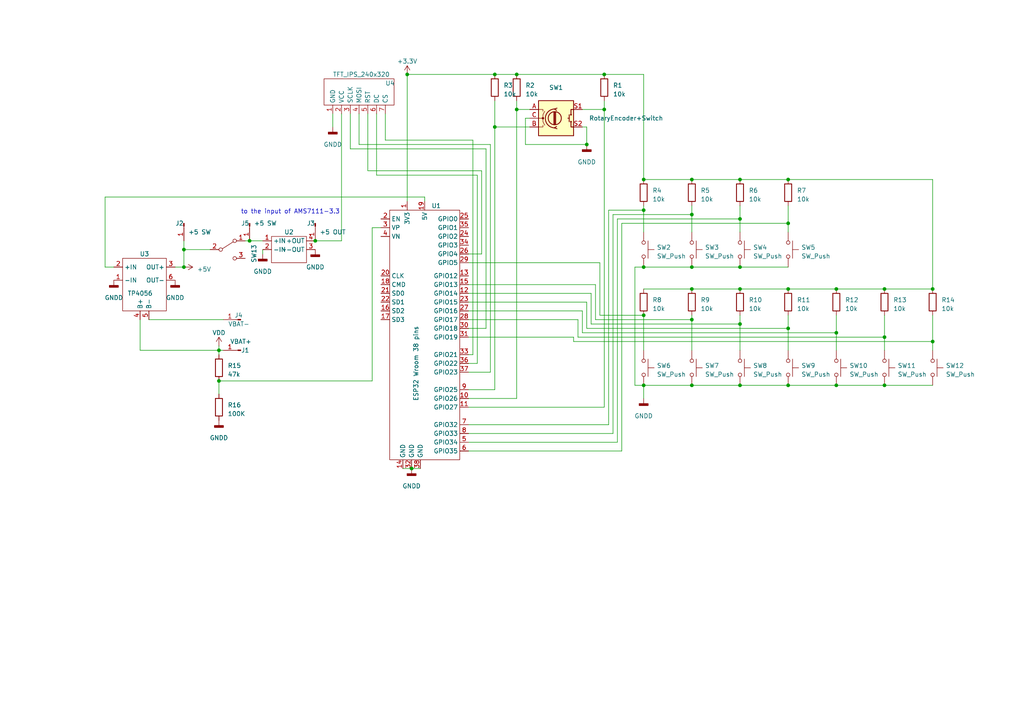
<source format=kicad_sch>
(kicad_sch (version 20230121) (generator eeschema)
  (paper "A4")
  (title_block (title "RRMaus") (date "2023-05-10") (rev "2.0") (comment 1 "This version works with an ESP32 board with battery"))
  (lib_symbols
    (symbol "Connector:Conn_01x01_Pin" (pin_names (offset 1.016) hide)
      (property "Reference" "J" (at 0 2.54 0))
      (property "Value" "Conn_01x01_Pin" (at 0 -2.54 0))
      (symbol "Conn_01x01_Pin_1_1"
        (polyline (pts (xy 1.27 0) (xy 0.8636 0)) (stroke (width 0.1524)))
        (rectangle (start 0.8636 0.127) (end 0 -0.127) (stroke (width 0.1524)) (fill (type outline)))
        (pin passive line (at 5.08 0 180) (length 3.81) (name "Pin_1") (number "1"))
      )
    )
    (symbol "Device:R" (pin_numbers hide) (pin_names (offset 0))
      (property "Reference" "R" (at 2.032 0 90))
      (property "Value" "R" (at 0 0 90))
      (symbol "R_0_1"
        (rectangle (start -1.016 -2.54) (end 1.016 2.54) (stroke (width 0.254)))
      )
      (symbol "R_1_1"
        (pin passive line (at 0 3.81 270) (length 1.27) (name "~") (number "1"))
        (pin passive line (at 0 -3.81 90) (length 1.27) (name "~") (number "2"))
      )
    )
    (symbol "Device:RotaryEncoder_Switch" (pin_names (offset 0.254) hide)
      (property "Reference" "SW" (at 0 6.604 0))
      (property "Value" "RotaryEncoder_Switch" (at 0 -6.604 0))
      (symbol "RotaryEncoder_Switch_0_1"
        (rectangle (start -5.08 5.08) (end 5.08 -5.08) (stroke (width 0.254)) (fill (type background)))
        (circle (center -3.81 0) (radius 0.254) (fill (type outline)))
        (circle (center -0.381 0) (radius 1.905) (stroke (width 0.254)))
        (arc (start -0.381 2.667) (mid -3.0988 -0.0635) (end -0.381 -2.794) (stroke (width 0.254)))
        (polyline (pts (xy -0.635 -1.778) (xy -0.635 1.778)) (stroke (width 0.254)))
        (polyline (pts (xy -0.381 -1.778) (xy -0.381 1.778)) (stroke (width 0.254)))
        (polyline (pts (xy -0.127 1.778) (xy -0.127 -1.778)) (stroke (width 0.254)))
        (polyline (pts (xy 3.81 0) (xy 3.429 0)) (stroke (width 0.254)))
        (polyline (pts (xy 3.81 1.016) (xy 3.81 -1.016)) (stroke (width 0.254)))
        (polyline (pts (xy -5.08 -2.54) (xy -3.81 -2.54) (xy -3.81 -2.032)))
        (polyline (pts (xy -5.08 2.54) (xy -3.81 2.54) (xy -3.81 2.032)))
        (polyline (pts (xy 0.254 -3.048) (xy -0.508 -2.794) (xy 0.127 -2.413)) (stroke (width 0.254)))
        (polyline (pts (xy 0.254 2.921) (xy -0.508 2.667) (xy 0.127 2.286)) (stroke (width 0.254)))
        (polyline (pts (xy 5.08 -2.54) (xy 4.318 -2.54) (xy 4.318 -1.016)) (stroke (width 0.254)))
        (polyline (pts (xy 5.08 2.54) (xy 4.318 2.54) (xy 4.318 1.016)) (stroke (width 0.254)))
        (polyline (pts (xy -5.08 0) (xy -3.81 0) (xy -3.81 -1.016) (xy -3.302 -2.032)))
        (polyline (pts (xy -4.318 0) (xy -3.81 0) (xy -3.81 1.016) (xy -3.302 2.032)))
        (circle (center 4.318 -1.016) (radius 0.127) (stroke (width 0.254)))
        (circle (center 4.318 1.016) (radius 0.127) (stroke (width 0.254)))
      )
      (symbol "RotaryEncoder_Switch_1_1"
        (pin passive line (at -7.62 2.54 0) (length 2.54) (name "A") (number "A"))
        (pin passive line (at -7.62 -2.54 0) (length 2.54) (name "B") (number "B"))
        (pin passive line (at -7.62 0 0) (length 2.54) (name "C") (number "C"))
        (pin passive line (at 7.62 2.54 180) (length 2.54) (name "S1") (number "S1"))
        (pin passive line (at 7.62 -2.54 180) (length 2.54) (name "S2") (number "S2"))
      )
    )
    (symbol "ESP32_Library:ESP32_Wroom_38_pin"
      (property "Reference" "U" (at 0 0 0))
      (symbol "ESP32_Wroom_38_pin_0_1"
        (rectangle (start -10.16 15.24) (end 10.16 -57.15))
      )
      (symbol "ESP32_Wroom_38_pin_1_1"
        (pin power_in line (at -5.08 17.78 270) (length 2.54) (name "3V3") (number "1"))
        (pin bidirectional line (at 12.7 -39.37 180) (length 2.54) (name "GPIO26") (number "10"))
        (pin bidirectional line (at 12.7 -41.91 180) (length 2.54) (name "GPIO27") (number "11"))
        (pin bidirectional line (at 12.7 -8.89 180) (length 2.54) (name "GPIO14") (number "12"))
        (pin bidirectional line (at 12.7 -3.81 180) (length 2.54) (name "GPIO12") (number "13"))
        (pin power_in line (at -6.35 -59.69 90) (length 2.54) (name "GND") (number "14"))
        (pin bidirectional line (at 12.7 -6.35 180) (length 2.54) (name "GPIO13") (number "15"))
        (pin bidirectional line (at -12.7 -13.97 0) (length 2.54) (name "SD2") (number "16"))
        (pin bidirectional line (at -12.7 -16.51 0) (length 2.54) (name "SD3") (number "17"))
        (pin bidirectional line (at -12.7 -6.35 0) (length 2.54) (name "CMD") (number "18"))
        (pin power_in line (at 0 17.78 270) (length 2.54) (name "5V") (number "19"))
        (pin bidirectional line (at -12.7 12.7 0) (length 2.54) (name "EN") (number "2"))
        (pin bidirectional line (at -12.7 -3.81 0) (length 2.54) (name "CLK") (number "20"))
        (pin bidirectional line (at -12.7 -8.89 0) (length 2.54) (name "SD0") (number "21"))
        (pin bidirectional line (at -12.7 -11.43 0) (length 2.54) (name "SD1") (number "22"))
        (pin bidirectional line (at 12.7 -11.43 180) (length 2.54) (name "GPIO15") (number "23"))
        (pin bidirectional line (at 12.7 7.62 180) (length 2.54) (name "GPIO2") (number "24"))
        (pin bidirectional line (at 12.7 12.7 180) (length 2.54) (name "GPIO0") (number "25"))
        (pin bidirectional line (at 12.7 2.54 180) (length 2.54) (name "GPIO4") (number "26"))
        (pin bidirectional line (at 12.7 -13.97 180) (length 2.54) (name "GPIO16") (number "27"))
        (pin bidirectional line (at 12.7 -16.51 180) (length 2.54) (name "GPIO17") (number "28"))
        (pin bidirectional line (at 12.7 0 180) (length 2.54) (name "GPIO5") (number "29"))
        (pin bidirectional line (at -12.7 10.16 0) (length 2.54) (name "VP") (number "3"))
        (pin bidirectional line (at 12.7 -19.05 180) (length 2.54) (name "GPIO18") (number "30"))
        (pin bidirectional line (at 12.7 -21.59 180) (length 2.54) (name "GPIO19") (number "31"))
        (pin power_in line (at -3.81 -59.69 90) (length 2.54) (name "GND") (number "32"))
        (pin bidirectional line (at 12.7 -26.67 180) (length 2.54) (name "GPIO21") (number "33"))
        (pin bidirectional line (at 12.7 5.08 180) (length 2.54) (name "GPIO3") (number "34"))
        (pin bidirectional line (at 12.7 10.16 180) (length 2.54) (name "GPIO1") (number "35"))
        (pin bidirectional line (at 12.7 -29.21 180) (length 2.54) (name "GPIO22") (number "36"))
        (pin bidirectional line (at 12.7 -31.75 180) (length 2.54) (name "GPIO23") (number "37"))
        (pin power_in line (at -1.27 -59.69 90) (length 2.54) (name "GND") (number "38"))
        (pin bidirectional line (at -12.7 7.62 0) (length 2.54) (name "VN") (number "4"))
        (pin bidirectional line (at 12.7 -52.07 180) (length 2.54) (name "GPIO34") (number "5"))
        (pin bidirectional line (at 12.7 -54.61 180) (length 2.54) (name "GPIO35") (number "6"))
        (pin bidirectional line (at 12.7 -46.99 180) (length 2.54) (name "GPIO32") (number "7"))
        (pin bidirectional line (at 12.7 -49.53 180) (length 2.54) (name "GPIO33") (number "8"))
        (pin bidirectional line (at 12.7 -36.83 180) (length 2.54) (name "GPIO25") (number "9"))
      )
    )
    (symbol "PWR_Library:STEPUP"
      (property "Reference" "U" (at 0 -2.54 0))
      (symbol "STEPUP_0_1"
        (rectangle (start -3.81 3.81) (end 6.35 -3.81))
      )
      (symbol "STEPUP_1_1"
        (pin power_in line (at -6.35 2.54 0) (length 2.54) (name "+IN") (number "1"))
        (pin power_in line (at -6.35 0 0) (length 2.54) (name "-IN") (number "2"))
        (pin power_out line (at 8.89 0 180) (length 2.54) (name "-OUT") (number "3"))
        (pin power_out line (at 8.89 2.54 180) (length 2.54) (name "+OUT") (number "4"))
      )
    )
    (symbol "PWR_Library:TP4067"
      (property "Reference" "U" (at 0 0 0))
      (symbol "TP4067_0_1"
        (rectangle (start -5.08 10.16) (end 7.62 -5.08))
      )
      (symbol "TP4067_1_1"
        (pin power_in line (at -7.62 3.81 0) (length 2.54) (name "-IN") (number "1"))
        (pin power_in line (at -7.62 7.62 0) (length 2.54) (name "+IN") (number "2"))
        (pin power_in line (at 10.16 7.62 180) (length 2.54) (name "OUT+") (number "3"))
        (pin power_in line (at 0 -7.62 90) (length 2.54) (name "B+") (number "4"))
        (pin power_in line (at 2.54 -7.62 90) (length 2.54) (name "B-") (number "5"))
        (pin power_in line (at 10.16 3.81 180) (length 2.54) (name "OUT-") (number "6"))
      )
    )
    (symbol "Switch:SW_Push" (pin_numbers hide) (pin_names (offset 1.016) hide)
      (property "Reference" "SW" (at 1.27 2.54 0))
      (property "Value" "SW_Push" (at 0 -1.524 0))
      (symbol "SW_Push_0_1"
        (circle (center -2.032 0) (radius 0.508))
        (polyline (pts (xy 0 1.27) (xy 0 3.048)))
        (polyline (pts (xy 2.54 1.27) (xy -2.54 1.27)))
        (circle (center 2.032 0) (radius 0.508))
        (pin passive line (at -5.08 0 0) (length 2.54) (name "1") (number "1"))
        (pin passive line (at 5.08 0 180) (length 2.54) (name "2") (number "2"))
      )
    )
    (symbol "Switch:SW_SPDT" (pin_names (offset 0) hide)
      (property "Reference" "SW" (at 0 4.318 0))
      (property "Value" "SW_SPDT" (at 0 -5.08 0))
      (symbol "SW_SPDT_0_0"
        (circle (center -2.032 0) (radius 0.508))
        (circle (center 2.032 -2.54) (radius 0.508))
      )
      (symbol "SW_SPDT_0_1"
        (polyline (pts (xy -1.524 0.254) (xy 1.651 2.286)))
        (circle (center 2.032 2.54) (radius 0.508))
      )
      (symbol "SW_SPDT_1_1"
        (pin passive line (at 5.08 2.54 180) (length 2.54) (name "A") (number "1"))
        (pin passive line (at -5.08 0 0) (length 2.54) (name "B") (number "2"))
        (pin passive line (at 5.08 -2.54 180) (length 2.54) (name "C") (number "3"))
      )
    )
    (symbol "TFT_Library:TFT_IPS_240x320"
      (property "Reference" "U" (at 0 3.81 0))
      (property "Value" "TFT_IPS_240x320" (at 3.81 6.35 0))
      (symbol "TFT_IPS_240x320_1_1"
        (rectangle (start -3.81 5.08) (end 16.51 -2.54))
        (pin power_in line (at -1.27 -5.08 90) (length 2.54) (name "GND") (number "1"))
        (pin power_in line (at 1.27 -5.08 90) (length 2.54) (name "VCC") (number "2"))
        (pin input line (at 3.81 -5.08 90) (length 2.54) (name "SCLK") (number "3"))
        (pin input line (at 6.35 -5.08 90) (length 2.54) (name "MOSI") (number "4"))
        (pin input line (at 8.89 -5.08 90) (length 2.54) (name "RST") (number "5"))
        (pin input line (at 11.43 -5.08 90) (length 2.54) (name "DC") (number "6"))
        (pin input line (at 13.97 -5.08 90) (length 2.54) (name "CS") (number "7"))
      )
    )
    (symbol "power:+3.3V" (power) (pin_names (offset 0))
      (property "Value" "+3.3V" (at 0 3.556 0))
      (symbol "+3.3V_0_1"
        (polyline (pts (xy -0.762 1.27) (xy 0 2.54)))
        (polyline (pts (xy 0 0) (xy 0 2.54)))
        (polyline (pts (xy 0 2.54) (xy 0.762 1.27)))
      )
      (symbol "+3.3V_1_1"
        (pin power_in line (at 0 0 90) (length 0) hide (name "+3.3V") (number "1"))
      )
    )
    (symbol "power:+5V" (power) (pin_names (offset 0))
      (property "Value" "+5V" (at 0 3.556 0))
      (symbol "+5V_0_1"
        (polyline (pts (xy -0.762 1.27) (xy 0 2.54)))
        (polyline (pts (xy 0 0) (xy 0 2.54)))
        (polyline (pts (xy 0 2.54) (xy 0.762 1.27)))
      )
      (symbol "+5V_1_1"
        (pin power_in line (at 0 0 90) (length 0) hide (name "+5V") (number "1"))
      )
    )
    (symbol "power:GNDD" (power) (pin_names (offset 0))
      (property "Value" "GNDD" (at 0 -3.175 0))
      (symbol "GNDD_0_1"
        (rectangle (start -1.27 -1.524) (end 1.27 -2.032) (stroke (width 0.254)) (fill (type outline)))
        (polyline (pts (xy 0 0) (xy 0 -1.524)))
      )
      (symbol "GNDD_1_1"
        (pin power_in line (at 0 0 270) (length 0) hide (name "GNDD") (number "1"))
      )
    )
    (symbol "power:VDD" (power) (pin_names (offset 0))
      (property "Value" "VDD" (at 0 3.81 0))
      (symbol "VDD_0_1"
        (polyline (pts (xy -0.762 1.27) (xy 0 2.54)))
        (polyline (pts (xy 0 0) (xy 0 2.54)))
        (polyline (pts (xy 0 2.54) (xy 0.762 1.27)))
      )
      (symbol "VDD_1_1"
        (pin power_in line (at 0 0 90) (length 0) hide (name "VDD") (number "1"))
      )
    )
  )
  (junction (at 186.69 111.76))
  (junction (at 170.18 41.91))
  (junction (at 270.51 83.82))
  (junction (at 228.6 52.07))
  (junction (at 186.69 52.07))
  (junction (at 186.69 91.44))
  (junction (at 91.44 69.85))
  (junction (at 175.26 21.59))
  (junction (at 242.57 83.82))
  (junction (at 63.5 110.49))
  (junction (at 228.6 83.82))
  (junction (at 143.51 21.59))
  (junction (at 214.63 93.98))
  (junction (at 256.54 83.82))
  (junction (at 186.69 60.96))
  (junction (at 119.38 135.89))
  (junction (at 72.39 69.85))
  (junction (at 214.63 77.47))
  (junction (at 149.86 31.75))
  (junction (at 143.51 36.83))
  (junction (at 200.66 83.82))
  (junction (at 256.54 97.79))
  (junction (at 186.69 77.47))
  (junction (at 214.63 111.76))
  (junction (at 200.66 92.71))
  (junction (at 228.6 64.77))
  (junction (at 53.34 72.39))
  (junction (at 242.57 111.76))
  (junction (at 53.34 77.47))
  (junction (at 200.66 62.23))
  (junction (at 214.63 52.07))
  (junction (at 118.11 21.59))
  (junction (at 214.63 83.82))
  (junction (at 175.26 31.75))
  (junction (at 214.63 63.5))
  (junction (at 228.6 111.76))
  (junction (at 200.66 111.76))
  (junction (at 270.51 99.06))
  (junction (at 256.54 111.76))
  (junction (at 63.5 101.6))
  (junction (at 200.66 77.47))
  (junction (at 200.66 52.07))
  (junction (at 228.6 95.25))
  (junction (at 149.86 21.59))
  (junction (at 242.57 96.52))
  (wire (pts (xy 135.89 76.2) (xy 173.99 76.2)))
  (wire (pts (xy 175.26 31.75) (xy 175.26 29.21)))
  (wire (pts (xy 135.89 87.63) (xy 170.18 87.63)))
  (wire (pts (xy 99.06 33.02) (xy 99.06 69.85)))
  (wire (pts (xy 214.63 93.98) (xy 214.63 101.6)))
  (wire (pts (xy 228.6 91.44) (xy 228.6 95.25)))
  (wire (pts (xy 170.18 95.25) (xy 228.6 95.25)))
  (wire (pts (xy 180.34 130.81) (xy 135.89 130.81)))
  (wire (pts (xy 180.34 64.77) (xy 180.34 130.81)))
  (wire (pts (xy 228.6 83.82) (xy 242.57 83.82)))
  (wire (pts (xy 242.57 83.82) (xy 256.54 83.82)))
  (wire (pts (xy 116.84 135.89) (xy 119.38 135.89)))
  (wire (pts (xy 172.72 82.55) (xy 172.72 92.71)))
  (wire (pts (xy 177.8 62.23) (xy 200.66 62.23)))
  (wire (pts (xy 186.69 52.07) (xy 200.66 52.07)))
  (wire (pts (xy 142.24 41.91) (xy 142.24 107.95)))
  (wire (pts (xy 170.18 87.63) (xy 170.18 95.25)))
  (wire (pts (xy 63.5 100.33) (xy 63.5 101.6)))
  (wire (pts (xy 53.34 72.39) (xy 53.34 77.47)))
  (wire (pts (xy 153.67 34.29) (xy 152.4 34.29)))
  (wire (pts (xy 179.07 63.5) (xy 179.07 128.27)))
  (wire (pts (xy 214.63 77.47) (xy 228.6 77.47)))
  (wire (pts (xy 186.69 91.44) (xy 186.69 101.6)))
  (wire (pts (xy 167.64 97.79) (xy 256.54 97.79)))
  (wire (pts (xy 186.69 111.76) (xy 200.66 111.76)))
  (wire (pts (xy 176.53 60.96) (xy 176.53 123.19)))
  (wire (pts (xy 152.4 41.91) (xy 170.18 41.91)))
  (wire (pts (xy 214.63 111.76) (xy 228.6 111.76)))
  (wire (pts (xy 43.18 92.71) (xy 64.77 92.71)))
  (wire (pts (xy 143.51 113.03) (xy 135.89 113.03)))
  (wire (pts (xy 101.6 43.18) (xy 140.97 43.18)))
  (wire (pts (xy 186.69 83.82) (xy 200.66 83.82)))
  (wire (pts (xy 228.6 64.77) (xy 228.6 67.31)))
  (wire (pts (xy 200.66 92.71) (xy 200.66 101.6)))
  (wire (pts (xy 256.54 97.79) (xy 256.54 101.6)))
  (wire (pts (xy 104.14 41.91) (xy 104.14 33.02)))
  (wire (pts (xy 214.63 91.44) (xy 214.63 93.98)))
  (wire (pts (xy 179.07 63.5) (xy 214.63 63.5)))
  (wire (pts (xy 214.63 59.69) (xy 214.63 63.5)))
  (wire (pts (xy 40.64 101.6) (xy 63.5 101.6)))
  (wire (pts (xy 96.52 33.02) (xy 96.52 36.83)))
  (wire (pts (xy 186.69 77.47) (xy 200.66 77.47)))
  (wire (pts (xy 166.37 99.06) (xy 270.51 99.06)))
  (wire (pts (xy 143.51 36.83) (xy 143.51 113.03)))
  (wire (pts (xy 118.11 21.59) (xy 143.51 21.59)))
  (wire (pts (xy 143.51 36.83) (xy 143.51 29.21)))
  (wire (pts (xy 171.45 93.98) (xy 214.63 93.98)))
  (wire (pts (xy 242.57 111.76) (xy 256.54 111.76)))
  (wire (pts (xy 63.5 110.49) (xy 107.95 110.49)))
  (wire (pts (xy 30.48 77.47) (xy 33.02 77.47)))
  (wire (pts (xy 175.26 31.75) (xy 175.26 118.11)))
  (wire (pts (xy 101.6 43.18) (xy 101.6 33.02)))
  (wire (pts (xy 170.18 41.91) (xy 170.18 36.83)))
  (wire (pts (xy 180.34 64.77) (xy 228.6 64.77)))
  (wire (pts (xy 135.89 90.17) (xy 168.91 90.17)))
  (wire (pts (xy 76.2 72.39) (xy 76.2 73.66)))
  (wire (pts (xy 109.22 50.8) (xy 109.22 33.02)))
  (wire (pts (xy 63.5 101.6) (xy 64.77 101.6)))
  (wire (pts (xy 242.57 91.44) (xy 242.57 96.52)))
  (wire (pts (xy 186.69 111.76) (xy 186.69 115.57)))
  (wire (pts (xy 138.43 50.8) (xy 109.22 50.8)))
  (wire (pts (xy 200.66 91.44) (xy 200.66 92.71)))
  (wire (pts (xy 228.6 95.25) (xy 228.6 101.6)))
  (wire (pts (xy 72.39 69.85) (xy 76.2 69.85)))
  (wire (pts (xy 149.86 31.75) (xy 149.86 29.21)))
  (wire (pts (xy 214.63 83.82) (xy 228.6 83.82)))
  (wire (pts (xy 53.34 69.85) (xy 53.34 72.39)))
  (wire (pts (xy 118.11 21.59) (xy 118.11 58.42)))
  (wire (pts (xy 184.15 111.76) (xy 184.15 77.47)))
  (wire (pts (xy 270.51 99.06) (xy 270.51 101.6)))
  (wire (pts (xy 142.24 107.95) (xy 135.89 107.95)))
  (wire (pts (xy 106.68 33.02) (xy 106.68 49.53)))
  (wire (pts (xy 184.15 77.47) (xy 186.69 77.47)))
  (wire (pts (xy 137.16 40.64) (xy 137.16 102.87)))
  (wire (pts (xy 153.67 36.83) (xy 143.51 36.83)))
  (wire (pts (xy 53.34 72.39) (xy 60.96 72.39)))
  (wire (pts (xy 214.63 63.5) (xy 214.63 67.31)))
  (wire (pts (xy 123.19 57.15) (xy 30.48 57.15)))
  (wire (pts (xy 228.6 59.69) (xy 228.6 64.77)))
  (wire (pts (xy 140.97 43.18) (xy 140.97 95.25)))
  (wire (pts (xy 200.66 52.07) (xy 214.63 52.07)))
  (wire (pts (xy 149.86 31.75) (xy 149.86 115.57)))
  (wire (pts (xy 138.43 50.8) (xy 138.43 105.41)))
  (wire (pts (xy 186.69 21.59) (xy 186.69 52.07)))
  (wire (pts (xy 143.51 21.59) (xy 149.86 21.59)))
  (wire (pts (xy 119.38 135.89) (xy 121.92 135.89)))
  (wire (pts (xy 177.8 62.23) (xy 177.8 125.73)))
  (wire (pts (xy 139.7 73.66) (xy 135.89 73.66)))
  (wire (pts (xy 176.53 123.19) (xy 135.89 123.19)))
  (wire (pts (xy 137.16 102.87) (xy 135.89 102.87)))
  (wire (pts (xy 186.69 60.96) (xy 186.69 67.31)))
  (wire (pts (xy 166.37 97.79) (xy 166.37 99.06)))
  (wire (pts (xy 186.69 59.69) (xy 186.69 60.96)))
  (wire (pts (xy 173.99 91.44) (xy 186.69 91.44)))
  (wire (pts (xy 107.95 66.04) (xy 110.49 66.04)))
  (wire (pts (xy 153.67 31.75) (xy 149.86 31.75)))
  (wire (pts (xy 107.95 66.04) (xy 107.95 110.49)))
  (wire (pts (xy 138.43 105.41) (xy 135.89 105.41)))
  (wire (pts (xy 40.64 101.6) (xy 40.64 92.71)))
  (wire (pts (xy 172.72 92.71) (xy 200.66 92.71)))
  (wire (pts (xy 256.54 83.82) (xy 270.51 83.82)))
  (wire (pts (xy 200.66 111.76) (xy 214.63 111.76)))
  (wire (pts (xy 30.48 57.15) (xy 30.48 77.47)))
  (wire (pts (xy 186.69 111.76) (xy 184.15 111.76)))
  (wire (pts (xy 149.86 21.59) (xy 175.26 21.59)))
  (wire (pts (xy 139.7 49.53) (xy 139.7 73.66)))
  (wire (pts (xy 53.34 77.47) (xy 50.8 77.47)))
  (wire (pts (xy 175.26 21.59) (xy 186.69 21.59)))
  (wire (pts (xy 175.26 118.11) (xy 135.89 118.11)))
  (wire (pts (xy 228.6 111.76) (xy 242.57 111.76)))
  (wire (pts (xy 228.6 52.07) (xy 270.51 52.07)))
  (wire (pts (xy 270.51 52.07) (xy 270.51 83.82)))
  (wire (pts (xy 256.54 111.76) (xy 270.51 111.76)))
  (wire (pts (xy 168.91 31.75) (xy 175.26 31.75)))
  (wire (pts (xy 63.5 101.6) (xy 63.5 102.87)))
  (wire (pts (xy 63.5 110.49) (xy 63.5 114.3)))
  (wire (pts (xy 167.64 92.71) (xy 167.64 97.79)))
  (wire (pts (xy 200.66 83.82) (xy 214.63 83.82)))
  (wire (pts (xy 170.18 36.83) (xy 168.91 36.83)))
  (wire (pts (xy 179.07 128.27) (xy 135.89 128.27)))
  (wire (pts (xy 256.54 91.44) (xy 256.54 97.79)))
  (wire (pts (xy 168.91 96.52) (xy 242.57 96.52)))
  (wire (pts (xy 173.99 76.2) (xy 173.99 91.44)))
  (wire (pts (xy 135.89 82.55) (xy 172.72 82.55)))
  (wire (pts (xy 171.45 85.09) (xy 171.45 93.98)))
  (wire (pts (xy 139.7 49.53) (xy 106.68 49.53)))
  (wire (pts (xy 152.4 34.29) (xy 152.4 41.91)))
  (wire (pts (xy 135.89 97.79) (xy 166.37 97.79)))
  (wire (pts (xy 135.89 85.09) (xy 171.45 85.09)))
  (wire (pts (xy 270.51 91.44) (xy 270.51 99.06)))
  (wire (pts (xy 200.66 59.69) (xy 200.66 62.23)))
  (wire (pts (xy 168.91 90.17) (xy 168.91 96.52)))
  (wire (pts (xy 142.24 41.91) (xy 104.14 41.91)))
  (wire (pts (xy 111.76 33.02) (xy 111.76 40.64)))
  (wire (pts (xy 111.76 40.64) (xy 137.16 40.64)))
  (wire (pts (xy 149.86 115.57) (xy 135.89 115.57)))
  (wire (pts (xy 140.97 95.25) (xy 135.89 95.25)))
  (wire (pts (xy 99.06 69.85) (xy 91.44 69.85)))
  (wire (pts (xy 242.57 96.52) (xy 242.57 101.6)))
  (wire (pts (xy 176.53 60.96) (xy 186.69 60.96)))
  (wire (pts (xy 200.66 62.23) (xy 200.66 67.31)))
  (wire (pts (xy 135.89 92.71) (xy 167.64 92.71)))
  (wire (pts (xy 71.12 69.85) (xy 72.39 69.85)))
  (wire (pts (xy 214.63 52.07) (xy 228.6 52.07)))
  (wire (pts (xy 177.8 125.73) (xy 135.89 125.73)))
  (wire (pts (xy 200.66 77.47) (xy 214.63 77.47)))
  (wire (pts (xy 123.19 58.42) (xy 123.19 57.15)))
  (text "to the input of AMS7111-3.3" (at 69.85 62.23 0) (effects (font (size 1.27 1.27)) (justify left bottom)))
  (symbol (lib_id "Connector:Conn_01x01_Pin") (at 69.85 101.6 180) (unit 1)
    (property "Reference" "J1" (at 71.12 101.6 0))
    (property "Value" "VBAT+" (at 69.85 99.06 0))
    (property "Footprint" "Connector_Pin:Pin_D0.7mm_L6.5mm_W1.8mm_FlatFork" (effects hide))
  )
  (symbol (lib_id "Connector:Conn_01x01_Pin") (at 72.39 64.77 270) (unit 1)
    (property "Reference" "J5" (at 71.12 64.77 90))
    (property "Value" "+5 SW" (at 73.66 64.77 90) (effects (justify left)))
    (property "Footprint" "Connector_Pin:Pin_D0.7mm_L6.5mm_W1.8mm_FlatFork" (effects hide))
  )
  (symbol (lib_id "Device:R") (at 149.86 25.4 0) (unit 1)
    (property "Reference" "R2" (at 152.4 24.765 0) (effects (justify left)))
    (property "Value" "10k" (at 152.4 27.305 0) (effects (justify left)))
    (property "Footprint" "Resistor_SMD:R_0805_2012Metric_Pad1.20x1.40mm_HandSolder" (effects hide))
  )
  (symbol (lib_id "Device:R") (at 63.5 118.11 0) (unit 1)
    (property "Reference" "R16" (at 66.04 117.475 0) (effects (justify left)))
    (property "Value" "100K" (at 66.04 120.015 0) (effects (justify left)))
    (property "Footprint" "Resistor_SMD:R_0805_2012Metric_Pad1.20x1.40mm_HandSolder" (effects hide))
  )
  (symbol (lib_id "power:GNDD") (at 91.44 72.39 0) (unit 1)
    (property "Reference" "#PWR011" (effects hide))
    (property "Value" "GNDD" (at 91.44 77.47 0))
  )
  (symbol (lib_id "Connector:Conn_01x01_Pin") (at 53.34 64.77 270) (unit 1)
    (property "Reference" "J2" (at 52.07 64.77 90))
    (property "Value" "+5 SW" (at 54.61 67.31 90) (effects (justify left)))
    (property "Footprint" "Connector_Pin:Pin_D0.7mm_L6.5mm_W1.8mm_FlatFork" (effects hide))
  )
  (symbol (lib_id "power:+5V") (at 53.34 77.47 270) (unit 1)
    (property "Reference" "#PWR010" (effects hide))
    (property "Value" "+5V" (at 57.15 78.105 90) (effects (justify left)))
  )
  (symbol (lib_id "TFT_Library:TFT_IPS_240x320") (at 97.79 27.94 0) (unit 1)
    (property "Reference" "U4" (at 111.76 24.13 0) (effects (justify left)))
    (property "Value" "TFT_IPS_240x320" (at 96.52 21.59 0) (effects (justify left)))
    (property "Footprint" "TFT_Library:TFT_IPS_240x320" (effects hide))
  )
  (symbol (lib_id "Switch:SW_Push") (at 214.63 106.68 270) (unit 1)
    (property "Reference" "SW8" (at 218.44 106.045 90) (effects (justify left)))
    (property "Value" "SW_Push" (at 218.44 108.585 90) (effects (justify left)))
    (property "Footprint" "Button_Switch_SMD:SW_Push_1P1T_NO_6x6mm_H9.5mm" (effects hide))
  )
  (symbol (lib_id "Switch:SW_Push") (at 270.51 106.68 270) (unit 1)
    (property "Reference" "SW12" (at 274.32 106.045 90) (effects (justify left)))
    (property "Value" "SW_Push" (at 274.32 108.585 90) (effects (justify left)))
    (property "Footprint" "Button_Switch_SMD:SW_Push_1P1T_NO_6x6mm_H9.5mm" (effects hide))
  )
  (symbol (lib_id "Switch:SW_Push") (at 186.69 106.68 270) (unit 1)
    (property "Reference" "SW6" (at 190.5 106.045 90) (effects (justify left)))
    (property "Value" "SW_Push" (at 190.5 108.585 90) (effects (justify left)))
    (property "Footprint" "Button_Switch_SMD:SW_Push_1P1T_NO_6x6mm_H9.5mm" (effects hide))
  )
  (symbol (lib_id "power:GNDD") (at 170.18 41.91 0) (unit 1)
    (property "Reference" "#PWR02" (effects hide))
    (property "Value" "GNDD" (at 170.18 46.99 0))
  )
  (symbol (lib_id "Device:R") (at 186.69 87.63 0) (unit 1)
    (property "Reference" "R8" (at 189.23 86.995 0) (effects (justify left)))
    (property "Value" "10k" (at 189.23 89.535 0) (effects (justify left)))
    (property "Footprint" "Resistor_SMD:R_0805_2012Metric_Pad1.20x1.40mm_HandSolder" (effects hide))
  )
  (symbol (lib_id "Switch:SW_Push") (at 214.63 72.39 270) (unit 1)
    (property "Reference" "SW4" (at 218.44 71.755 90) (effects (justify left)))
    (property "Value" "SW_Push" (at 218.44 74.295 90) (effects (justify left)))
    (property "Footprint" "Button_Switch_SMD:SW_Push_1P1T_NO_6x6mm_H9.5mm" (effects hide))
  )
  (symbol (lib_id "Device:R") (at 270.51 87.63 0) (unit 1)
    (property "Reference" "R14" (at 273.05 86.995 0) (effects (justify left)))
    (property "Value" "10k" (at 273.05 89.535 0) (effects (justify left)))
    (property "Footprint" "Resistor_SMD:R_0805_2012Metric_Pad1.20x1.40mm_HandSolder" (effects hide))
  )
  (symbol (lib_id "Device:R") (at 214.63 87.63 0) (unit 1)
    (property "Reference" "R10" (at 217.17 86.995 0) (effects (justify left)))
    (property "Value" "10k" (at 217.17 89.535 0) (effects (justify left)))
    (property "Footprint" "Resistor_SMD:R_0805_2012Metric_Pad1.20x1.40mm_HandSolder" (effects hide))
  )
  (symbol (lib_id "Device:R") (at 143.51 25.4 0) (unit 1)
    (property "Reference" "R3" (at 146.05 24.765 0) (effects (justify left)))
    (property "Value" "10k" (at 146.05 27.305 0) (effects (justify left)))
    (property "Footprint" "Resistor_SMD:R_0805_2012Metric_Pad1.20x1.40mm_HandSolder" (effects hide))
  )
  (symbol (lib_id "Switch:SW_Push") (at 200.66 106.68 270) (unit 1)
    (property "Reference" "SW7" (at 204.47 106.045 90) (effects (justify left)))
    (property "Value" "SW_Push" (at 204.47 108.585 90) (effects (justify left)))
    (property "Footprint" "Button_Switch_SMD:SW_Push_1P1T_NO_6x6mm_H9.5mm" (effects hide))
  )
  (symbol (lib_id "Device:R") (at 63.5 106.68 0) (unit 1)
    (property "Reference" "R15" (at 66.04 106.045 0) (effects (justify left)))
    (property "Value" "47k" (at 66.04 108.585 0) (effects (justify left)))
    (property "Footprint" "Resistor_SMD:R_0805_2012Metric_Pad1.20x1.40mm_HandSolder" (effects hide))
  )
  (symbol (lib_id "Device:R") (at 200.66 87.63 0) (unit 1)
    (property "Reference" "R9" (at 203.2 86.995 0) (effects (justify left)))
    (property "Value" "10k" (at 203.2 89.535 0) (effects (justify left)))
    (property "Footprint" "Resistor_SMD:R_0805_2012Metric_Pad1.20x1.40mm_HandSolder" (effects hide))
  )
  (symbol (lib_id "Device:R") (at 186.69 55.88 0) (unit 1)
    (property "Reference" "R4" (at 189.23 55.245 0) (effects (justify left)))
    (property "Value" "10k" (at 189.23 57.785 0) (effects (justify left)))
    (property "Footprint" "Resistor_SMD:R_0805_2012Metric_Pad1.20x1.40mm_HandSolder" (effects hide))
  )
  (symbol (lib_id "power:GNDD") (at 63.5 121.92 0) (unit 1)
    (property "Reference" "#PWR06" (effects hide))
    (property "Value" "GNDD" (at 63.5 127 0))
  )
  (symbol (lib_id "Device:R") (at 242.57 87.63 0) (unit 1)
    (property "Reference" "R12" (at 245.11 86.995 0) (effects (justify left)))
    (property "Value" "10k" (at 245.11 89.535 0) (effects (justify left)))
    (property "Footprint" "Resistor_SMD:R_0805_2012Metric_Pad1.20x1.40mm_HandSolder" (effects hide))
  )
  (symbol (lib_id "Switch:SW_SPDT") (at 66.04 72.39 0) (unit 1) (on_board no)
    (property "Reference" "SW13" (at 73.66 76.2 90) (effects (justify left)))
    (property "Value" "SW_SPDT" (effects hide))
  )
  (symbol (lib_id "Device:RotaryEncoder_Switch") (at 161.29 34.29 0) (unit 1)
    (property "Reference" "SW1" (at 161.29 25.4 0))
    (property "Value" "RotaryEncoder+Switch" (at 181.61 34.29 0))
    (property "Footprint" "Rotary_Encoder:RotaryEncoder_Alps_EC11E-Switch_Vertical_H20mm" (effects hide))
  )
  (symbol (lib_id "power:GNDD") (at 50.8 81.28 0) (unit 1)
    (property "Reference" "#PWR09" (effects hide))
    (property "Value" "GNDD" (at 50.8 86.36 0))
  )
  (symbol (lib_id "PWR_Library:TP4067") (at 40.64 85.09 0) (unit 1)
    (property "Reference" "U3" (at 41.91 73.66 0))
    (property "Value" "TP4056" (at 40.64 85.09 0))
    (property "Footprint" "PWR_Library:TP4056" (effects hide))
  )
  (symbol (lib_id "Device:R") (at 200.66 55.88 0) (unit 1)
    (property "Reference" "R5" (at 203.2 55.245 0) (effects (justify left)))
    (property "Value" "10k" (at 203.2 57.785 0) (effects (justify left)))
    (property "Footprint" "Resistor_SMD:R_0805_2012Metric_Pad1.20x1.40mm_HandSolder" (effects hide))
  )
  (symbol (lib_id "Switch:SW_Push") (at 228.6 106.68 270) (unit 1)
    (property "Reference" "SW9" (at 232.41 106.045 90) (effects (justify left)))
    (property "Value" "SW_Push" (at 232.41 108.585 90) (effects (justify left)))
    (property "Footprint" "Button_Switch_SMD:SW_Push_1P1T_NO_6x6mm_H9.5mm" (effects hide))
  )
  (symbol (lib_id "power:GNDD") (at 33.02 81.28 0) (unit 1)
    (property "Reference" "#PWR08" (effects hide))
    (property "Value" "GNDD" (at 33.02 86.36 0))
  )
  (symbol (lib_id "Switch:SW_Push") (at 228.6 72.39 270) (unit 1)
    (property "Reference" "SW5" (at 232.41 71.755 90) (effects (justify left)))
    (property "Value" "SW_Push" (at 232.41 74.295 90) (effects (justify left)))
    (property "Footprint" "Button_Switch_SMD:SW_Push_1P1T_NO_6x6mm_H9.5mm" (effects hide))
  )
  (symbol (lib_id "Device:R") (at 214.63 55.88 0) (unit 1)
    (property "Reference" "R6" (at 217.17 55.245 0) (effects (justify left)))
    (property "Value" "10k" (at 217.17 57.785 0) (effects (justify left)))
    (property "Footprint" "Resistor_SMD:R_0805_2012Metric_Pad1.20x1.40mm_HandSolder" (effects hide))
  )
  (symbol (lib_id "Device:R") (at 228.6 55.88 0) (unit 1)
    (property "Reference" "R7" (at 231.14 55.245 0) (effects (justify left)))
    (property "Value" "10k" (at 231.14 57.785 0) (effects (justify left)))
    (property "Footprint" "Resistor_SMD:R_0805_2012Metric_Pad1.20x1.40mm_HandSolder" (effects hide))
  )
  (symbol (lib_id "Switch:SW_Push") (at 242.57 106.68 270) (unit 1)
    (property "Reference" "SW10" (at 246.38 106.045 90) (effects (justify left)))
    (property "Value" "SW_Push" (at 246.38 108.585 90) (effects (justify left)))
    (property "Footprint" "Button_Switch_SMD:SW_Push_1P1T_NO_6x6mm_H9.5mm" (effects hide))
  )
  (symbol (lib_id "power:GNDD") (at 119.38 135.89 0) (unit 1)
    (property "Reference" "#PWR05" (effects hide))
    (property "Value" "GNDD" (at 119.38 140.97 0))
  )
  (symbol (lib_id "Device:R") (at 175.26 25.4 0) (unit 1)
    (property "Reference" "R1" (at 177.8 24.765 0) (effects (justify left)))
    (property "Value" "10k" (at 177.8 27.305 0) (effects (justify left)))
    (property "Footprint" "Resistor_SMD:R_0805_2012Metric_Pad1.20x1.40mm_HandSolder" (effects hide))
  )
  (symbol (lib_id "Switch:SW_Push") (at 186.69 72.39 270) (unit 1)
    (property "Reference" "SW2" (at 190.5 71.755 90) (effects (justify left)))
    (property "Value" "SW_Push" (at 190.5 74.295 90) (effects (justify left)))
    (property "Footprint" "Button_Switch_SMD:SW_Push_1P1T_NO_6x6mm_H9.5mm" (effects hide))
  )
  (symbol (lib_id "Device:R") (at 256.54 87.63 0) (unit 1)
    (property "Reference" "R13" (at 259.08 86.995 0) (effects (justify left)))
    (property "Value" "10k" (at 259.08 89.535 0) (effects (justify left)))
    (property "Footprint" "Resistor_SMD:R_0805_2012Metric_Pad1.20x1.40mm_HandSolder" (effects hide))
  )
  (symbol (lib_id "Switch:SW_Push") (at 200.66 72.39 270) (unit 1)
    (property "Reference" "SW3" (at 204.47 71.755 90) (effects (justify left)))
    (property "Value" "SW_Push" (at 204.47 74.295 90) (effects (justify left)))
    (property "Footprint" "Button_Switch_SMD:SW_Push_1P1T_NO_6x6mm_H9.5mm" (effects hide))
  )
  (symbol (lib_id "Switch:SW_Push") (at 256.54 106.68 270) (unit 1)
    (property "Reference" "SW11" (at 260.35 106.045 90) (effects (justify left)))
    (property "Value" "SW_Push" (at 260.35 108.585 90) (effects (justify left)))
    (property "Footprint" "Button_Switch_SMD:SW_Push_1P1T_NO_6x6mm_H9.5mm" (effects hide))
  )
  (symbol (lib_id "power:VDD") (at 63.5 100.33 0) (unit 1)
    (property "Reference" "#PWR03" (effects hide))
    (property "Value" "VDD" (at 63.5 96.52 0))
  )
  (symbol (lib_id "power:GNDD") (at 96.52 36.83 0) (unit 1)
    (property "Reference" "#PWR07" (effects hide))
    (property "Value" "GNDD" (at 96.52 41.91 0))
  )
  (symbol (lib_id "ESP32_Library:ESP32_Wroom_38_pin") (at 123.19 76.2 0) (unit 1)
    (property "Reference" "U1" (at 125.1459 59.69 0) (effects (justify left)))
    (property "Value" "ESP32 Wroom 38 pins" (at 120.65 105.41 90))
    (property "Footprint" "ESP32_Library:ESP32Wroom 38 pins" (effects hide))
  )
  (symbol (lib_id "PWR_Library:STEPUP") (at 82.55 72.39 0) (unit 1)
    (property "Reference" "U2" (at 83.82 67.31 0))
    (property "Value" "~" (at 82.55 72.39 0))
    (property "Footprint" "PWR_Library:STEPUP" (effects hide))
  )
  (symbol (lib_id "power:GNDD") (at 76.2 73.66 0) (unit 1)
    (property "Reference" "#PWR012" (effects hide))
    (property "Value" "GNDD" (at 76.2 78.74 0))
  )
  (symbol (lib_id "power:GNDD") (at 186.69 115.57 0) (unit 1)
    (property "Reference" "#PWR04" (effects hide))
    (property "Value" "GNDD" (at 186.69 120.65 0))
  )
  (symbol (lib_id "Connector:Conn_01x01_Pin") (at 69.85 92.71 180) (unit 1)
    (property "Reference" "J4" (at 69.215 91.44 0))
    (property "Value" "VBAT-" (at 72.39 93.98 0) (effects (justify left)))
    (property "Footprint" "Connector_Pin:Pin_D0.7mm_L6.5mm_W1.8mm_FlatFork" (effects hide))
  )
  (symbol (lib_id "Connector:Conn_01x01_Pin") (at 91.44 64.77 270) (unit 1)
    (property "Reference" "J3" (at 90.17 64.77 90))
    (property "Value" "+5 OUT" (at 92.71 67.31 90) (effects (justify left)))
    (property "Footprint" "Connector_Pin:Pin_D0.7mm_L6.5mm_W1.8mm_FlatFork" (effects hide))
  )
  (symbol (lib_id "Device:R") (at 228.6 87.63 0) (unit 1)
    (property "Reference" "R11" (at 231.14 86.995 0) (effects (justify left)))
    (property "Value" "10k" (at 231.14 89.535 0) (effects (justify left)))
    (property "Footprint" "Resistor_SMD:R_0805_2012Metric_Pad1.20x1.40mm_HandSolder" (effects hide))
  )
  (symbol (lib_id "power:+3.3V") (at 118.11 21.59 0) (unit 1)
    (property "Reference" "#PWR01" (effects hide))
    (property "Value" "+3.3V" (at 118.11 17.78 0))
  )
)
</source>
